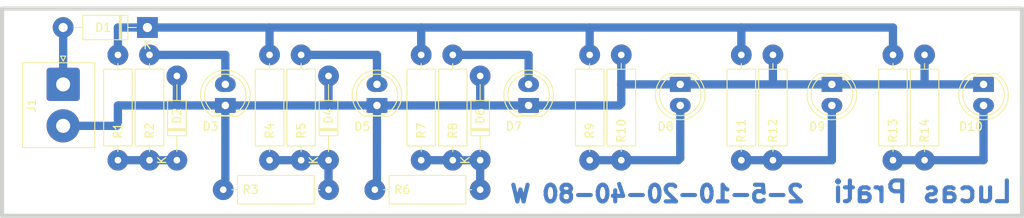
<source format=kicad_pcb>
(kicad_pcb (version 20171130) (host pcbnew "(5.1.9)-1")

  (general
    (thickness 1.6)
    (drawings 6)
    (tracks 65)
    (zones 0)
    (modules 25)
    (nets 13)
  )

  (page A4)
  (title_block
    (title "Barra LED")
    (date 2022-03-01)
    (company "Lucas Prati 4^A EN")
  )

  (layers
    (0 F.Cu signal)
    (31 B.Cu signal)
    (32 B.Adhes user)
    (33 F.Adhes user)
    (34 B.Paste user)
    (35 F.Paste user)
    (36 B.SilkS user)
    (37 F.SilkS user)
    (38 B.Mask user)
    (39 F.Mask user)
    (40 Dwgs.User user)
    (41 Cmts.User user)
    (42 Eco1.User user)
    (43 Eco2.User user)
    (44 Edge.Cuts user)
    (45 Margin user)
    (46 B.CrtYd user)
    (47 F.CrtYd user)
    (48 B.Fab user)
    (49 F.Fab user)
  )

  (setup
    (last_trace_width 1)
    (trace_clearance 0.5)
    (zone_clearance 0.508)
    (zone_45_only no)
    (trace_min 0.2)
    (via_size 2)
    (via_drill 0.8)
    (via_min_size 0.4)
    (via_min_drill 0.3)
    (uvia_size 0.3)
    (uvia_drill 0.1)
    (uvias_allowed no)
    (uvia_min_size 0.2)
    (uvia_min_drill 0.1)
    (edge_width 0.05)
    (segment_width 0.2)
    (pcb_text_width 0.3)
    (pcb_text_size 1.5 1.5)
    (mod_edge_width 0.12)
    (mod_text_size 1 1)
    (mod_text_width 0.15)
    (pad_size 2.5 2.5)
    (pad_drill 1.1)
    (pad_to_mask_clearance 0)
    (aux_axis_origin 0 0)
    (visible_elements 7FFFFFFF)
    (pcbplotparams
      (layerselection 0x010fc_ffffffff)
      (usegerberextensions false)
      (usegerberattributes true)
      (usegerberadvancedattributes true)
      (creategerberjobfile true)
      (excludeedgelayer true)
      (linewidth 0.100000)
      (plotframeref false)
      (viasonmask false)
      (mode 1)
      (useauxorigin false)
      (hpglpennumber 1)
      (hpglpenspeed 20)
      (hpglpendiameter 15.000000)
      (psnegative false)
      (psa4output false)
      (plotreference true)
      (plotvalue true)
      (plotinvisibletext false)
      (padsonsilk false)
      (subtractmaskfromsilk false)
      (outputformat 1)
      (mirror false)
      (drillshape 1)
      (scaleselection 1)
      (outputdirectory ""))
  )

  (net 0 "")
  (net 1 "Net-(D1-Pad1)")
  (net 2 VCC)
  (net 3 "Net-(D2-Pad1)")
  (net 4 GND)
  (net 5 "Net-(D3-Pad2)")
  (net 6 "Net-(D4-Pad1)")
  (net 7 "Net-(D5-Pad2)")
  (net 8 "Net-(D6-Pad1)")
  (net 9 "Net-(D7-Pad2)")
  (net 10 "Net-(D8-Pad2)")
  (net 11 "Net-(D9-Pad2)")
  (net 12 "Net-(D10-Pad2)")

  (net_class Default "This is the default net class."
    (clearance 0.5)
    (trace_width 1)
    (via_dia 2)
    (via_drill 0.8)
    (uvia_dia 0.3)
    (uvia_drill 0.1)
    (add_net GND)
    (add_net "Net-(D1-Pad1)")
    (add_net "Net-(D10-Pad2)")
    (add_net "Net-(D2-Pad1)")
    (add_net "Net-(D3-Pad2)")
    (add_net "Net-(D4-Pad1)")
    (add_net "Net-(D5-Pad2)")
    (add_net "Net-(D6-Pad1)")
    (add_net "Net-(D7-Pad2)")
    (add_net "Net-(D8-Pad2)")
    (add_net "Net-(D9-Pad2)")
    (add_net VCC)
  )

  (module Diode_THT:D_DO-41_SOD81_P10.16mm_Horizontal (layer F.Cu) (tedit 621DDC55) (tstamp 621E2F62)
    (at 96.774 90.17 180)
    (descr "Diode, DO-41_SOD81 series, Axial, Horizontal, pin pitch=10.16mm, , length*diameter=5.2*2.7mm^2, , http://www.diodes.com/_files/packages/DO-41%20(Plastic).pdf")
    (tags "Diode DO-41_SOD81 series Axial Horizontal pin pitch 10.16mm  length 5.2mm diameter 2.7mm")
    (path /621DDE79)
    (fp_text reference D1 (at 5.334 0) (layer F.SilkS)
      (effects (font (size 1 1) (thickness 0.15)))
    )
    (fp_text value 1N4004 (at 5.08 2.47) (layer F.Fab)
      (effects (font (size 1 1) (thickness 0.15)))
    )
    (fp_line (start 2.48 -1.35) (end 2.48 1.35) (layer F.Fab) (width 0.1))
    (fp_line (start 2.48 1.35) (end 7.68 1.35) (layer F.Fab) (width 0.1))
    (fp_line (start 7.68 1.35) (end 7.68 -1.35) (layer F.Fab) (width 0.1))
    (fp_line (start 7.68 -1.35) (end 2.48 -1.35) (layer F.Fab) (width 0.1))
    (fp_line (start 0 0) (end 2.48 0) (layer F.Fab) (width 0.1))
    (fp_line (start 10.16 0) (end 7.68 0) (layer F.Fab) (width 0.1))
    (fp_line (start 3.26 -1.35) (end 3.26 1.35) (layer F.Fab) (width 0.1))
    (fp_line (start 3.36 -1.35) (end 3.36 1.35) (layer F.Fab) (width 0.1))
    (fp_line (start 3.16 -1.35) (end 3.16 1.35) (layer F.Fab) (width 0.1))
    (fp_line (start 2.36 -1.47) (end 2.36 1.47) (layer F.SilkS) (width 0.12))
    (fp_line (start 2.36 1.47) (end 7.8 1.47) (layer F.SilkS) (width 0.12))
    (fp_line (start 7.8 1.47) (end 7.8 -1.47) (layer F.SilkS) (width 0.12))
    (fp_line (start 7.8 -1.47) (end 2.36 -1.47) (layer F.SilkS) (width 0.12))
    (fp_line (start 1.34 0) (end 2.36 0) (layer F.SilkS) (width 0.12))
    (fp_line (start 8.82 0) (end 7.8 0) (layer F.SilkS) (width 0.12))
    (fp_line (start 3.26 -1.47) (end 3.26 1.47) (layer F.SilkS) (width 0.12))
    (fp_line (start 3.38 -1.47) (end 3.38 1.47) (layer F.SilkS) (width 0.12))
    (fp_line (start 3.14 -1.47) (end 3.14 1.47) (layer F.SilkS) (width 0.12))
    (fp_line (start -1.35 -1.6) (end -1.35 1.6) (layer F.CrtYd) (width 0.05))
    (fp_line (start -1.35 1.6) (end 11.51 1.6) (layer F.CrtYd) (width 0.05))
    (fp_line (start 11.51 1.6) (end 11.51 -1.6) (layer F.CrtYd) (width 0.05))
    (fp_line (start 11.51 -1.6) (end -1.35 -1.6) (layer F.CrtYd) (width 0.05))
    (fp_text user K (at 0 -2.1) (layer F.Fab)
      (effects (font (size 1 1) (thickness 0.15)))
    )
    (fp_text user K (at 0 -2.1) (layer F.SilkS)
      (effects (font (size 1 1) (thickness 0.15)))
    )
    (pad 1 thru_hole rect (at 0 0 180) (size 2.5 2.5) (drill 1.1) (layers *.Cu *.Mask)
      (net 1 "Net-(D1-Pad1)"))
    (pad 2 thru_hole oval (at 10.16 0 180) (size 2.5 2.5) (drill 1.1) (layers *.Cu *.Mask)
      (net 2 VCC))
    (model ${KISYS3DMOD}/Diode_THT.3dshapes/D_DO-41_SOD81_P10.16mm_Horizontal.wrl
      (at (xyz 0 0 0))
      (scale (xyz 1 1 1))
      (rotate (xyz 0 0 0))
    )
  )

  (module Diode_THT:D_DO-35_SOD27_P10.16mm_Horizontal (layer F.Cu) (tedit 621DD9B0) (tstamp 621E2F81)
    (at 100.33 106.172 90)
    (descr "Diode, DO-35_SOD27 series, Axial, Horizontal, pin pitch=10.16mm, , length*diameter=4*2mm^2, , http://www.diodes.com/_files/packages/DO-35.pdf")
    (tags "Diode DO-35_SOD27 series Axial Horizontal pin pitch 10.16mm  length 4mm diameter 2mm")
    (path /621DDA3A)
    (fp_text reference D2 (at 5.334 0 90) (layer F.SilkS)
      (effects (font (size 1 1) (thickness 0.15)))
    )
    (fp_text value "2,7V 500mW BZX79C2V7" (at 5.08 2.12 90) (layer F.Fab)
      (effects (font (size 1 1) (thickness 0.15)))
    )
    (fp_line (start 3.08 -1) (end 3.08 1) (layer F.Fab) (width 0.1))
    (fp_line (start 3.08 1) (end 7.08 1) (layer F.Fab) (width 0.1))
    (fp_line (start 7.08 1) (end 7.08 -1) (layer F.Fab) (width 0.1))
    (fp_line (start 7.08 -1) (end 3.08 -1) (layer F.Fab) (width 0.1))
    (fp_line (start 0 0) (end 3.08 0) (layer F.Fab) (width 0.1))
    (fp_line (start 10.16 0) (end 7.08 0) (layer F.Fab) (width 0.1))
    (fp_line (start 3.68 -1) (end 3.68 1) (layer F.Fab) (width 0.1))
    (fp_line (start 3.78 -1) (end 3.78 1) (layer F.Fab) (width 0.1))
    (fp_line (start 3.58 -1) (end 3.58 1) (layer F.Fab) (width 0.1))
    (fp_line (start 2.96 -1.12) (end 2.96 1.12) (layer F.SilkS) (width 0.12))
    (fp_line (start 2.96 1.12) (end 7.2 1.12) (layer F.SilkS) (width 0.12))
    (fp_line (start 7.2 1.12) (end 7.2 -1.12) (layer F.SilkS) (width 0.12))
    (fp_line (start 7.2 -1.12) (end 2.96 -1.12) (layer F.SilkS) (width 0.12))
    (fp_line (start 1.04 0) (end 2.96 0) (layer F.SilkS) (width 0.12))
    (fp_line (start 9.12 0) (end 7.2 0) (layer F.SilkS) (width 0.12))
    (fp_line (start 3.68 -1.12) (end 3.68 1.12) (layer F.SilkS) (width 0.12))
    (fp_line (start 3.8 -1.12) (end 3.8 1.12) (layer F.SilkS) (width 0.12))
    (fp_line (start 3.56 -1.12) (end 3.56 1.12) (layer F.SilkS) (width 0.12))
    (fp_line (start -1.05 -1.25) (end -1.05 1.25) (layer F.CrtYd) (width 0.05))
    (fp_line (start -1.05 1.25) (end 11.21 1.25) (layer F.CrtYd) (width 0.05))
    (fp_line (start 11.21 1.25) (end 11.21 -1.25) (layer F.CrtYd) (width 0.05))
    (fp_line (start 11.21 -1.25) (end -1.05 -1.25) (layer F.CrtYd) (width 0.05))
    (fp_text user K (at 0 -1.8 90) (layer F.Fab)
      (effects (font (size 1 1) (thickness 0.15)))
    )
    (fp_text user K (at 0 -1.8 90) (layer F.SilkS)
      (effects (font (size 1 1) (thickness 0.15)))
    )
    (pad 1 thru_hole circle (at 0 0 90) (size 2.5 2.5) (drill 0.8) (layers *.Cu *.Mask)
      (net 3 "Net-(D2-Pad1)"))
    (pad 2 thru_hole circle (at 10.16 0 90) (size 2.5 2.5) (drill 0.8) (layers *.Cu *.Mask)
      (net 4 GND))
    (model ${KISYS3DMOD}/Diode_THT.3dshapes/D_DO-35_SOD27_P10.16mm_Horizontal.wrl
      (at (xyz 0 0 0))
      (scale (xyz 1 1 1))
      (rotate (xyz 0 0 0))
    )
  )

  (module LED_THT:LED_D5.0mm (layer F.Cu) (tedit 621DD9C0) (tstamp 621E2F93)
    (at 106.172 99.568 90)
    (descr "LED, diameter 5.0mm, 2 pins, http://cdn-reichelt.de/documents/datenblatt/A500/LL-504BC2E-009.pdf")
    (tags "LED diameter 5.0mm 2 pins")
    (path /621DCEBF)
    (fp_text reference D3 (at -2.54 -1.778 180) (layer F.SilkS)
      (effects (font (size 1 1) (thickness 0.15)))
    )
    (fp_text value LED (at -2.54 2.032 180) (layer F.Fab)
      (effects (font (size 1 1) (thickness 0.15)))
    )
    (fp_line (start 4.5 -3.25) (end -1.95 -3.25) (layer F.CrtYd) (width 0.05))
    (fp_line (start 4.5 3.25) (end 4.5 -3.25) (layer F.CrtYd) (width 0.05))
    (fp_line (start -1.95 3.25) (end 4.5 3.25) (layer F.CrtYd) (width 0.05))
    (fp_line (start -1.95 -3.25) (end -1.95 3.25) (layer F.CrtYd) (width 0.05))
    (fp_line (start -1.29 -1.545) (end -1.29 1.545) (layer F.SilkS) (width 0.12))
    (fp_line (start -1.23 -1.469694) (end -1.23 1.469694) (layer F.Fab) (width 0.1))
    (fp_circle (center 1.27 0) (end 3.77 0) (layer F.SilkS) (width 0.12))
    (fp_circle (center 1.27 0) (end 3.77 0) (layer F.Fab) (width 0.1))
    (fp_text user %R (at 1.25 0 90) (layer F.Fab)
      (effects (font (size 0.8 0.8) (thickness 0.2)))
    )
    (fp_arc (start 1.27 0) (end -1.29 1.54483) (angle -148.9) (layer F.SilkS) (width 0.12))
    (fp_arc (start 1.27 0) (end -1.29 -1.54483) (angle 148.9) (layer F.SilkS) (width 0.12))
    (fp_arc (start 1.27 0) (end -1.23 -1.469694) (angle 299.1) (layer F.Fab) (width 0.1))
    (pad 2 thru_hole oval (at 2.54 0 90) (size 1.8 2.5) (drill 0.9) (layers *.Cu *.Mask)
      (net 5 "Net-(D3-Pad2)"))
    (pad 1 thru_hole rect (at 0 0 90) (size 1.8 2.5) (drill 0.9) (layers *.Cu *.Mask)
      (net 4 GND))
    (model ${KISYS3DMOD}/LED_THT.3dshapes/LED_D5.0mm.wrl
      (at (xyz 0 0 0))
      (scale (xyz 1 1 1))
      (rotate (xyz 0 0 0))
    )
  )

  (module Diode_THT:D_DO-35_SOD27_P10.16mm_Horizontal (layer F.Cu) (tedit 621DDA24) (tstamp 621E2FB2)
    (at 118.618 106.172 90)
    (descr "Diode, DO-35_SOD27 series, Axial, Horizontal, pin pitch=10.16mm, , length*diameter=4*2mm^2, , http://www.diodes.com/_files/packages/DO-35.pdf")
    (tags "Diode DO-35_SOD27 series Axial Horizontal pin pitch 10.16mm  length 4mm diameter 2mm")
    (path /621E506C)
    (fp_text reference D4 (at 5.334 0 90) (layer F.SilkS)
      (effects (font (size 1 1) (thickness 0.15)))
    )
    (fp_text value "2,7V 500mW BZX79C2V7" (at 5.08 2.12 90) (layer F.Fab)
      (effects (font (size 1 1) (thickness 0.15)))
    )
    (fp_line (start 11.21 -1.25) (end -1.05 -1.25) (layer F.CrtYd) (width 0.05))
    (fp_line (start 11.21 1.25) (end 11.21 -1.25) (layer F.CrtYd) (width 0.05))
    (fp_line (start -1.05 1.25) (end 11.21 1.25) (layer F.CrtYd) (width 0.05))
    (fp_line (start -1.05 -1.25) (end -1.05 1.25) (layer F.CrtYd) (width 0.05))
    (fp_line (start 3.56 -1.12) (end 3.56 1.12) (layer F.SilkS) (width 0.12))
    (fp_line (start 3.8 -1.12) (end 3.8 1.12) (layer F.SilkS) (width 0.12))
    (fp_line (start 3.68 -1.12) (end 3.68 1.12) (layer F.SilkS) (width 0.12))
    (fp_line (start 9.12 0) (end 7.2 0) (layer F.SilkS) (width 0.12))
    (fp_line (start 1.04 0) (end 2.96 0) (layer F.SilkS) (width 0.12))
    (fp_line (start 7.2 -1.12) (end 2.96 -1.12) (layer F.SilkS) (width 0.12))
    (fp_line (start 7.2 1.12) (end 7.2 -1.12) (layer F.SilkS) (width 0.12))
    (fp_line (start 2.96 1.12) (end 7.2 1.12) (layer F.SilkS) (width 0.12))
    (fp_line (start 2.96 -1.12) (end 2.96 1.12) (layer F.SilkS) (width 0.12))
    (fp_line (start 3.58 -1) (end 3.58 1) (layer F.Fab) (width 0.1))
    (fp_line (start 3.78 -1) (end 3.78 1) (layer F.Fab) (width 0.1))
    (fp_line (start 3.68 -1) (end 3.68 1) (layer F.Fab) (width 0.1))
    (fp_line (start 10.16 0) (end 7.08 0) (layer F.Fab) (width 0.1))
    (fp_line (start 0 0) (end 3.08 0) (layer F.Fab) (width 0.1))
    (fp_line (start 7.08 -1) (end 3.08 -1) (layer F.Fab) (width 0.1))
    (fp_line (start 7.08 1) (end 7.08 -1) (layer F.Fab) (width 0.1))
    (fp_line (start 3.08 1) (end 7.08 1) (layer F.Fab) (width 0.1))
    (fp_line (start 3.08 -1) (end 3.08 1) (layer F.Fab) (width 0.1))
    (fp_text user K (at 0 -1.8 90) (layer F.SilkS)
      (effects (font (size 1 1) (thickness 0.15)))
    )
    (fp_text user K (at 0 -1.8 90) (layer F.Fab)
      (effects (font (size 1 1) (thickness 0.15)))
    )
    (pad 2 thru_hole circle (at 10.16 0 90) (size 2.5 2.5) (drill 0.8) (layers *.Cu *.Mask)
      (net 4 GND))
    (pad 1 thru_hole circle (at 0 0 90) (size 2.5 2.5) (drill 0.8) (layers *.Cu *.Mask)
      (net 6 "Net-(D4-Pad1)"))
    (model ${KISYS3DMOD}/Diode_THT.3dshapes/D_DO-35_SOD27_P10.16mm_Horizontal.wrl
      (at (xyz 0 0 0))
      (scale (xyz 1 1 1))
      (rotate (xyz 0 0 0))
    )
  )

  (module LED_THT:LED_D5.0mm (layer F.Cu) (tedit 621DD9CE) (tstamp 621E2FC4)
    (at 124.46 99.568 90)
    (descr "LED, diameter 5.0mm, 2 pins, http://cdn-reichelt.de/documents/datenblatt/A500/LL-504BC2E-009.pdf")
    (tags "LED diameter 5.0mm 2 pins")
    (path /621E5066)
    (fp_text reference D5 (at -2.54 -1.778 180) (layer F.SilkS)
      (effects (font (size 1 1) (thickness 0.15)))
    )
    (fp_text value LED (at -2.54 2.032 180) (layer F.Fab)
      (effects (font (size 1 1) (thickness 0.15)))
    )
    (fp_circle (center 1.27 0) (end 3.77 0) (layer F.Fab) (width 0.1))
    (fp_circle (center 1.27 0) (end 3.77 0) (layer F.SilkS) (width 0.12))
    (fp_line (start -1.23 -1.469694) (end -1.23 1.469694) (layer F.Fab) (width 0.1))
    (fp_line (start -1.29 -1.545) (end -1.29 1.545) (layer F.SilkS) (width 0.12))
    (fp_line (start -1.95 -3.25) (end -1.95 3.25) (layer F.CrtYd) (width 0.05))
    (fp_line (start -1.95 3.25) (end 4.5 3.25) (layer F.CrtYd) (width 0.05))
    (fp_line (start 4.5 3.25) (end 4.5 -3.25) (layer F.CrtYd) (width 0.05))
    (fp_line (start 4.5 -3.25) (end -1.95 -3.25) (layer F.CrtYd) (width 0.05))
    (fp_arc (start 1.27 0) (end -1.23 -1.469694) (angle 299.1) (layer F.Fab) (width 0.1))
    (fp_arc (start 1.27 0) (end -1.29 -1.54483) (angle 148.9) (layer F.SilkS) (width 0.12))
    (fp_arc (start 1.27 0) (end -1.29 1.54483) (angle -148.9) (layer F.SilkS) (width 0.12))
    (fp_text user %R (at 1.25 0 90) (layer F.Fab)
      (effects (font (size 0.8 0.8) (thickness 0.2)))
    )
    (pad 1 thru_hole rect (at 0 0 90) (size 1.8 2.5) (drill 0.9) (layers *.Cu *.Mask)
      (net 4 GND))
    (pad 2 thru_hole oval (at 2.54 0 90) (size 1.8 2.5) (drill 0.9) (layers *.Cu *.Mask)
      (net 7 "Net-(D5-Pad2)"))
    (model ${KISYS3DMOD}/LED_THT.3dshapes/LED_D5.0mm.wrl
      (at (xyz 0 0 0))
      (scale (xyz 1 1 1))
      (rotate (xyz 0 0 0))
    )
  )

  (module Diode_THT:D_DO-35_SOD27_P10.16mm_Horizontal (layer F.Cu) (tedit 621DDA4F) (tstamp 621E2FE3)
    (at 136.906 106.172 90)
    (descr "Diode, DO-35_SOD27 series, Axial, Horizontal, pin pitch=10.16mm, , length*diameter=4*2mm^2, , http://www.diodes.com/_files/packages/DO-35.pdf")
    (tags "Diode DO-35_SOD27 series Axial Horizontal pin pitch 10.16mm  length 4mm diameter 2mm")
    (path /621E9735)
    (fp_text reference D6 (at 5.334 0 90) (layer F.SilkS)
      (effects (font (size 1 1) (thickness 0.15)))
    )
    (fp_text value "2,7V 500mW BZX79C2V7" (at 5.08 2.12 90) (layer F.Fab)
      (effects (font (size 1 1) (thickness 0.15)))
    )
    (fp_line (start 3.08 -1) (end 3.08 1) (layer F.Fab) (width 0.1))
    (fp_line (start 3.08 1) (end 7.08 1) (layer F.Fab) (width 0.1))
    (fp_line (start 7.08 1) (end 7.08 -1) (layer F.Fab) (width 0.1))
    (fp_line (start 7.08 -1) (end 3.08 -1) (layer F.Fab) (width 0.1))
    (fp_line (start 0 0) (end 3.08 0) (layer F.Fab) (width 0.1))
    (fp_line (start 10.16 0) (end 7.08 0) (layer F.Fab) (width 0.1))
    (fp_line (start 3.68 -1) (end 3.68 1) (layer F.Fab) (width 0.1))
    (fp_line (start 3.78 -1) (end 3.78 1) (layer F.Fab) (width 0.1))
    (fp_line (start 3.58 -1) (end 3.58 1) (layer F.Fab) (width 0.1))
    (fp_line (start 2.96 -1.12) (end 2.96 1.12) (layer F.SilkS) (width 0.12))
    (fp_line (start 2.96 1.12) (end 7.2 1.12) (layer F.SilkS) (width 0.12))
    (fp_line (start 7.2 1.12) (end 7.2 -1.12) (layer F.SilkS) (width 0.12))
    (fp_line (start 7.2 -1.12) (end 2.96 -1.12) (layer F.SilkS) (width 0.12))
    (fp_line (start 1.04 0) (end 2.96 0) (layer F.SilkS) (width 0.12))
    (fp_line (start 9.12 0) (end 7.2 0) (layer F.SilkS) (width 0.12))
    (fp_line (start 3.68 -1.12) (end 3.68 1.12) (layer F.SilkS) (width 0.12))
    (fp_line (start 3.8 -1.12) (end 3.8 1.12) (layer F.SilkS) (width 0.12))
    (fp_line (start 3.56 -1.12) (end 3.56 1.12) (layer F.SilkS) (width 0.12))
    (fp_line (start -1.05 -1.25) (end -1.05 1.25) (layer F.CrtYd) (width 0.05))
    (fp_line (start -1.05 1.25) (end 11.21 1.25) (layer F.CrtYd) (width 0.05))
    (fp_line (start 11.21 1.25) (end 11.21 -1.25) (layer F.CrtYd) (width 0.05))
    (fp_line (start 11.21 -1.25) (end -1.05 -1.25) (layer F.CrtYd) (width 0.05))
    (fp_text user K (at 0 -1.8 90) (layer F.Fab)
      (effects (font (size 1 1) (thickness 0.15)))
    )
    (fp_text user K (at 0 -1.8 90) (layer F.SilkS)
      (effects (font (size 1 1) (thickness 0.15)))
    )
    (pad 1 thru_hole circle (at 0 0 90) (size 2.5 2.5) (drill 0.8) (layers *.Cu *.Mask)
      (net 8 "Net-(D6-Pad1)"))
    (pad 2 thru_hole circle (at 10.16 0 90) (size 2.5 2.5) (drill 0.8) (layers *.Cu *.Mask)
      (net 4 GND))
    (model ${KISYS3DMOD}/Diode_THT.3dshapes/D_DO-35_SOD27_P10.16mm_Horizontal.wrl
      (at (xyz 0 0 0))
      (scale (xyz 1 1 1))
      (rotate (xyz 0 0 0))
    )
  )

  (module LED_THT:LED_D5.0mm (layer F.Cu) (tedit 621DDA61) (tstamp 621E2FF5)
    (at 142.748 99.568 90)
    (descr "LED, diameter 5.0mm, 2 pins, http://cdn-reichelt.de/documents/datenblatt/A500/LL-504BC2E-009.pdf")
    (tags "LED diameter 5.0mm 2 pins")
    (path /621E972F)
    (fp_text reference D7 (at -2.54 -1.778 180) (layer F.SilkS)
      (effects (font (size 1 1) (thickness 0.15)))
    )
    (fp_text value LED (at -2.54 2.032 180) (layer F.Fab)
      (effects (font (size 1 1) (thickness 0.15)))
    )
    (fp_circle (center 1.27 0) (end 3.77 0) (layer F.Fab) (width 0.1))
    (fp_circle (center 1.27 0) (end 3.77 0) (layer F.SilkS) (width 0.12))
    (fp_line (start -1.23 -1.469694) (end -1.23 1.469694) (layer F.Fab) (width 0.1))
    (fp_line (start -1.29 -1.545) (end -1.29 1.545) (layer F.SilkS) (width 0.12))
    (fp_line (start -1.95 -3.25) (end -1.95 3.25) (layer F.CrtYd) (width 0.05))
    (fp_line (start -1.95 3.25) (end 4.5 3.25) (layer F.CrtYd) (width 0.05))
    (fp_line (start 4.5 3.25) (end 4.5 -3.25) (layer F.CrtYd) (width 0.05))
    (fp_line (start 4.5 -3.25) (end -1.95 -3.25) (layer F.CrtYd) (width 0.05))
    (fp_arc (start 1.27 0) (end -1.23 -1.469694) (angle 299.1) (layer F.Fab) (width 0.1))
    (fp_arc (start 1.27 0) (end -1.29 -1.54483) (angle 148.9) (layer F.SilkS) (width 0.12))
    (fp_arc (start 1.27 0) (end -1.29 1.54483) (angle -148.9) (layer F.SilkS) (width 0.12))
    (fp_text user %R (at 1.25 0 90) (layer F.Fab)
      (effects (font (size 0.8 0.8) (thickness 0.2)))
    )
    (pad 1 thru_hole rect (at 0 0 90) (size 1.8 2.5) (drill 0.9) (layers *.Cu *.Mask)
      (net 4 GND))
    (pad 2 thru_hole oval (at 2.54 0 90) (size 1.8 2.5) (drill 0.9) (layers *.Cu *.Mask)
      (net 9 "Net-(D7-Pad2)"))
    (model ${KISYS3DMOD}/LED_THT.3dshapes/LED_D5.0mm.wrl
      (at (xyz 0 0 0))
      (scale (xyz 1 1 1))
      (rotate (xyz 0 0 0))
    )
  )

  (module LED_THT:LED_D5.0mm (layer F.Cu) (tedit 621DDA88) (tstamp 621E3007)
    (at 161.036 97.028 270)
    (descr "LED, diameter 5.0mm, 2 pins, http://cdn-reichelt.de/documents/datenblatt/A500/LL-504BC2E-009.pdf")
    (tags "LED diameter 5.0mm 2 pins")
    (path /621F2851)
    (fp_text reference D8 (at 5.08 1.778 180) (layer F.SilkS)
      (effects (font (size 1 1) (thickness 0.15)))
    )
    (fp_text value LED (at 5.08 -2.032 180) (layer F.Fab)
      (effects (font (size 1 1) (thickness 0.15)))
    )
    (fp_line (start 4.5 -3.25) (end -1.95 -3.25) (layer F.CrtYd) (width 0.05))
    (fp_line (start 4.5 3.25) (end 4.5 -3.25) (layer F.CrtYd) (width 0.05))
    (fp_line (start -1.95 3.25) (end 4.5 3.25) (layer F.CrtYd) (width 0.05))
    (fp_line (start -1.95 -3.25) (end -1.95 3.25) (layer F.CrtYd) (width 0.05))
    (fp_line (start -1.29 -1.545) (end -1.29 1.545) (layer F.SilkS) (width 0.12))
    (fp_line (start -1.23 -1.469694) (end -1.23 1.469694) (layer F.Fab) (width 0.1))
    (fp_circle (center 1.27 0) (end 3.77 0) (layer F.SilkS) (width 0.12))
    (fp_circle (center 1.27 0) (end 3.77 0) (layer F.Fab) (width 0.1))
    (fp_text user %R (at 1.25 0 90) (layer F.Fab)
      (effects (font (size 0.8 0.8) (thickness 0.2)))
    )
    (fp_arc (start 1.27 0) (end -1.29 1.54483) (angle -148.9) (layer F.SilkS) (width 0.12))
    (fp_arc (start 1.27 0) (end -1.29 -1.54483) (angle 148.9) (layer F.SilkS) (width 0.12))
    (fp_arc (start 1.27 0) (end -1.23 -1.469694) (angle 299.1) (layer F.Fab) (width 0.1))
    (pad 2 thru_hole oval (at 2.54 0 270) (size 1.8 2.5) (drill 0.9) (layers *.Cu *.Mask)
      (net 10 "Net-(D8-Pad2)"))
    (pad 1 thru_hole rect (at 0 0 270) (size 1.8 2.5) (drill 0.9) (layers *.Cu *.Mask)
      (net 4 GND))
    (model ${KISYS3DMOD}/LED_THT.3dshapes/LED_D5.0mm.wrl
      (at (xyz 0 0 0))
      (scale (xyz 1 1 1))
      (rotate (xyz 0 0 0))
    )
  )

  (module LED_THT:LED_D5.0mm (layer F.Cu) (tedit 621DDAAB) (tstamp 621E3019)
    (at 179.324 97.028 270)
    (descr "LED, diameter 5.0mm, 2 pins, http://cdn-reichelt.de/documents/datenblatt/A500/LL-504BC2E-009.pdf")
    (tags "LED diameter 5.0mm 2 pins")
    (path /621F4F57)
    (fp_text reference D9 (at 5.08 1.778 180) (layer F.SilkS)
      (effects (font (size 1 1) (thickness 0.15)))
    )
    (fp_text value LED (at 5.08 -2.032 180) (layer F.Fab)
      (effects (font (size 1 1) (thickness 0.15)))
    )
    (fp_line (start 4.5 -3.25) (end -1.95 -3.25) (layer F.CrtYd) (width 0.05))
    (fp_line (start 4.5 3.25) (end 4.5 -3.25) (layer F.CrtYd) (width 0.05))
    (fp_line (start -1.95 3.25) (end 4.5 3.25) (layer F.CrtYd) (width 0.05))
    (fp_line (start -1.95 -3.25) (end -1.95 3.25) (layer F.CrtYd) (width 0.05))
    (fp_line (start -1.29 -1.545) (end -1.29 1.545) (layer F.SilkS) (width 0.12))
    (fp_line (start -1.23 -1.469694) (end -1.23 1.469694) (layer F.Fab) (width 0.1))
    (fp_circle (center 1.27 0) (end 3.77 0) (layer F.SilkS) (width 0.12))
    (fp_circle (center 1.27 0) (end 3.77 0) (layer F.Fab) (width 0.1))
    (fp_text user %R (at 1.25 0 90) (layer F.Fab)
      (effects (font (size 0.8 0.8) (thickness 0.2)))
    )
    (fp_arc (start 1.27 0) (end -1.29 1.54483) (angle -148.9) (layer F.SilkS) (width 0.12))
    (fp_arc (start 1.27 0) (end -1.29 -1.54483) (angle 148.9) (layer F.SilkS) (width 0.12))
    (fp_arc (start 1.27 0) (end -1.23 -1.469694) (angle 299.1) (layer F.Fab) (width 0.1))
    (pad 2 thru_hole oval (at 2.54 0 270) (size 1.8 2.5) (drill 0.9) (layers *.Cu *.Mask)
      (net 11 "Net-(D9-Pad2)"))
    (pad 1 thru_hole rect (at 0 0 270) (size 1.8 2.5) (drill 0.9) (layers *.Cu *.Mask)
      (net 4 GND))
    (model ${KISYS3DMOD}/LED_THT.3dshapes/LED_D5.0mm.wrl
      (at (xyz 0 0 0))
      (scale (xyz 1 1 1))
      (rotate (xyz 0 0 0))
    )
  )

  (module LED_THT:LED_D5.0mm (layer F.Cu) (tedit 621DDAC7) (tstamp 621E302B)
    (at 197.612 97.028 270)
    (descr "LED, diameter 5.0mm, 2 pins, http://cdn-reichelt.de/documents/datenblatt/A500/LL-504BC2E-009.pdf")
    (tags "LED diameter 5.0mm 2 pins")
    (path /621FDB71)
    (fp_text reference D10 (at 5.08 1.524 180) (layer F.SilkS)
      (effects (font (size 1 1) (thickness 0.15)))
    )
    (fp_text value LED (at 5.08 -2.032 180) (layer F.Fab)
      (effects (font (size 1 1) (thickness 0.15)))
    )
    (fp_circle (center 1.27 0) (end 3.77 0) (layer F.Fab) (width 0.1))
    (fp_circle (center 1.27 0) (end 3.77 0) (layer F.SilkS) (width 0.12))
    (fp_line (start -1.23 -1.469694) (end -1.23 1.469694) (layer F.Fab) (width 0.1))
    (fp_line (start -1.29 -1.545) (end -1.29 1.545) (layer F.SilkS) (width 0.12))
    (fp_line (start -1.95 -3.25) (end -1.95 3.25) (layer F.CrtYd) (width 0.05))
    (fp_line (start -1.95 3.25) (end 4.5 3.25) (layer F.CrtYd) (width 0.05))
    (fp_line (start 4.5 3.25) (end 4.5 -3.25) (layer F.CrtYd) (width 0.05))
    (fp_line (start 4.5 -3.25) (end -1.95 -3.25) (layer F.CrtYd) (width 0.05))
    (fp_arc (start 1.27 0) (end -1.23 -1.469694) (angle 299.1) (layer F.Fab) (width 0.1))
    (fp_arc (start 1.27 0) (end -1.29 -1.54483) (angle 148.9) (layer F.SilkS) (width 0.12))
    (fp_arc (start 1.27 0) (end -1.29 1.54483) (angle -148.9) (layer F.SilkS) (width 0.12))
    (fp_text user %R (at 1.25 0 90) (layer F.Fab)
      (effects (font (size 0.8 0.8) (thickness 0.2)))
    )
    (pad 1 thru_hole rect (at 0 0 270) (size 1.8 2.5) (drill 0.9) (layers *.Cu *.Mask)
      (net 4 GND))
    (pad 2 thru_hole oval (at 2.54 0 270) (size 1.8 2.5) (drill 0.9) (layers *.Cu *.Mask)
      (net 12 "Net-(D10-Pad2)"))
    (model ${KISYS3DMOD}/LED_THT.3dshapes/LED_D5.0mm.wrl
      (at (xyz 0 0 0))
      (scale (xyz 1 1 1))
      (rotate (xyz 0 0 0))
    )
  )

  (module Connector_JST:JST_NV_B02P-NV_1x02_P5.00mm_Vertical (layer F.Cu) (tedit 621DD8ED) (tstamp 621E3044)
    (at 86.614 97.028 270)
    (descr "JST NV series connector, B02P-NV (http://www.jst-mfg.com/product/pdf/eng/eNV.pdf), generated with kicad-footprint-generator")
    (tags "connector JST NV side entry")
    (path /621DE610)
    (fp_text reference J1 (at 2.54 3.81 90) (layer F.SilkS)
      (effects (font (size 1 1) (thickness 0.15)))
    )
    (fp_text value Conn_01x02_Male (at 2.5 6 90) (layer F.Fab)
      (effects (font (size 1 1) (thickness 0.15)))
    )
    (fp_line (start -2.5 -3.7) (end -2.5 4.8) (layer F.Fab) (width 0.1))
    (fp_line (start -2.5 4.8) (end 7.5 4.8) (layer F.Fab) (width 0.1))
    (fp_line (start 7.5 4.8) (end 7.5 -3.7) (layer F.Fab) (width 0.1))
    (fp_line (start 7.5 -3.7) (end -2.5 -3.7) (layer F.Fab) (width 0.1))
    (fp_line (start -2.5 -2) (end 7.5 -2) (layer F.Fab) (width 0.1))
    (fp_line (start -2.5 -1) (end -1.5 0) (layer F.Fab) (width 0.1))
    (fp_line (start -2.5 1) (end -1.5 0) (layer F.Fab) (width 0.1))
    (fp_line (start -3 -4.2) (end -3 5.3) (layer F.CrtYd) (width 0.05))
    (fp_line (start -3 5.3) (end 8 5.3) (layer F.CrtYd) (width 0.05))
    (fp_line (start 8 5.3) (end 8 -4.2) (layer F.CrtYd) (width 0.05))
    (fp_line (start 8 -4.2) (end -3 -4.2) (layer F.CrtYd) (width 0.05))
    (fp_line (start -2.61 -3.81) (end -2.61 4.91) (layer F.SilkS) (width 0.12))
    (fp_line (start -2.61 4.91) (end 7.61 4.91) (layer F.SilkS) (width 0.12))
    (fp_line (start 7.61 4.91) (end 7.61 -3.81) (layer F.SilkS) (width 0.12))
    (fp_line (start 7.61 -3.81) (end -2.61 -3.81) (layer F.SilkS) (width 0.12))
    (fp_line (start -2.81 0) (end -3.41 0.3) (layer F.SilkS) (width 0.12))
    (fp_line (start -3.41 0.3) (end -3.41 -0.3) (layer F.SilkS) (width 0.12))
    (fp_line (start -3.41 -0.3) (end -2.81 0) (layer F.SilkS) (width 0.12))
    (pad 1 thru_hole roundrect (at 0 0 270) (size 4 4) (drill 1.7) (layers *.Cu *.Mask) (roundrect_rratio 0.09300000000000001)
      (net 2 VCC))
    (pad 2 thru_hole circle (at 5 0 270) (size 4 4) (drill 1.7) (layers *.Cu *.Mask)
      (net 4 GND))
    (model ${KISYS3DMOD}/Connector_JST.3dshapes/JST_NV_B02P-NV_1x02_P5.00mm_Vertical.wrl
      (at (xyz 0 0 0))
      (scale (xyz 1 1 1))
      (rotate (xyz 0 0 0))
    )
  )

  (module Resistor_THT:R_Axial_DIN0309_L9.0mm_D3.2mm_P12.70mm_Horizontal (layer F.Cu) (tedit 621DD9A4) (tstamp 621E305B)
    (at 93.218 93.472 270)
    (descr "Resistor, Axial_DIN0309 series, Axial, Horizontal, pin pitch=12.7mm, 0.5W = 1/2W, length*diameter=9*3.2mm^2, http://cdn-reichelt.de/documents/datenblatt/B400/1_4W%23YAG.pdf")
    (tags "Resistor Axial_DIN0309 series Axial Horizontal pin pitch 12.7mm 0.5W = 1/2W length 9mm diameter 3.2mm")
    (path /621DCA6B)
    (fp_text reference R1 (at 9.144 0 90) (layer F.SilkS)
      (effects (font (size 1 1) (thickness 0.15)))
    )
    (fp_text value 220 (at 3.556 0 90) (layer F.Fab)
      (effects (font (size 1 1) (thickness 0.15)))
    )
    (fp_line (start 13.75 -1.85) (end -1.05 -1.85) (layer F.CrtYd) (width 0.05))
    (fp_line (start 13.75 1.85) (end 13.75 -1.85) (layer F.CrtYd) (width 0.05))
    (fp_line (start -1.05 1.85) (end 13.75 1.85) (layer F.CrtYd) (width 0.05))
    (fp_line (start -1.05 -1.85) (end -1.05 1.85) (layer F.CrtYd) (width 0.05))
    (fp_line (start 11.66 0) (end 10.97 0) (layer F.SilkS) (width 0.12))
    (fp_line (start 1.04 0) (end 1.73 0) (layer F.SilkS) (width 0.12))
    (fp_line (start 10.97 -1.72) (end 1.73 -1.72) (layer F.SilkS) (width 0.12))
    (fp_line (start 10.97 1.72) (end 10.97 -1.72) (layer F.SilkS) (width 0.12))
    (fp_line (start 1.73 1.72) (end 10.97 1.72) (layer F.SilkS) (width 0.12))
    (fp_line (start 1.73 -1.72) (end 1.73 1.72) (layer F.SilkS) (width 0.12))
    (fp_line (start 12.7 0) (end 10.85 0) (layer F.Fab) (width 0.1))
    (fp_line (start 0 0) (end 1.85 0) (layer F.Fab) (width 0.1))
    (fp_line (start 10.85 -1.6) (end 1.85 -1.6) (layer F.Fab) (width 0.1))
    (fp_line (start 10.85 1.6) (end 10.85 -1.6) (layer F.Fab) (width 0.1))
    (fp_line (start 1.85 1.6) (end 10.85 1.6) (layer F.Fab) (width 0.1))
    (fp_line (start 1.85 -1.6) (end 1.85 1.6) (layer F.Fab) (width 0.1))
    (pad 2 thru_hole circle (at 12.7 0 270) (size 2.5 2.5) (drill 0.8) (layers *.Cu *.Mask)
      (net 3 "Net-(D2-Pad1)"))
    (pad 1 thru_hole circle (at 0 0 270) (size 2.5 2.5) (drill 0.8) (layers *.Cu *.Mask)
      (net 1 "Net-(D1-Pad1)"))
    (model ${KISYS3DMOD}/Resistor_THT.3dshapes/R_Axial_DIN0309_L9.0mm_D3.2mm_P12.70mm_Horizontal.wrl
      (at (xyz 0 0 0))
      (scale (xyz 1 1 1))
      (rotate (xyz 0 0 0))
    )
  )

  (module Resistor_THT:R_Axial_DIN0309_L9.0mm_D3.2mm_P12.70mm_Horizontal (layer F.Cu) (tedit 621DD9A7) (tstamp 621E3072)
    (at 97.028 93.472 270)
    (descr "Resistor, Axial_DIN0309 series, Axial, Horizontal, pin pitch=12.7mm, 0.5W = 1/2W, length*diameter=9*3.2mm^2, http://cdn-reichelt.de/documents/datenblatt/B400/1_4W%23YAG.pdf")
    (tags "Resistor Axial_DIN0309 series Axial Horizontal pin pitch 12.7mm 0.5W = 1/2W length 9mm diameter 3.2mm")
    (path /621E2597)
    (fp_text reference R2 (at 9.144 0 90) (layer F.SilkS)
      (effects (font (size 1 1) (thickness 0.15)))
    )
    (fp_text value 100 (at 3.556 0 90) (layer F.Fab)
      (effects (font (size 1 1) (thickness 0.15)))
    )
    (fp_line (start 1.85 -1.6) (end 1.85 1.6) (layer F.Fab) (width 0.1))
    (fp_line (start 1.85 1.6) (end 10.85 1.6) (layer F.Fab) (width 0.1))
    (fp_line (start 10.85 1.6) (end 10.85 -1.6) (layer F.Fab) (width 0.1))
    (fp_line (start 10.85 -1.6) (end 1.85 -1.6) (layer F.Fab) (width 0.1))
    (fp_line (start 0 0) (end 1.85 0) (layer F.Fab) (width 0.1))
    (fp_line (start 12.7 0) (end 10.85 0) (layer F.Fab) (width 0.1))
    (fp_line (start 1.73 -1.72) (end 1.73 1.72) (layer F.SilkS) (width 0.12))
    (fp_line (start 1.73 1.72) (end 10.97 1.72) (layer F.SilkS) (width 0.12))
    (fp_line (start 10.97 1.72) (end 10.97 -1.72) (layer F.SilkS) (width 0.12))
    (fp_line (start 10.97 -1.72) (end 1.73 -1.72) (layer F.SilkS) (width 0.12))
    (fp_line (start 1.04 0) (end 1.73 0) (layer F.SilkS) (width 0.12))
    (fp_line (start 11.66 0) (end 10.97 0) (layer F.SilkS) (width 0.12))
    (fp_line (start -1.05 -1.85) (end -1.05 1.85) (layer F.CrtYd) (width 0.05))
    (fp_line (start -1.05 1.85) (end 13.75 1.85) (layer F.CrtYd) (width 0.05))
    (fp_line (start 13.75 1.85) (end 13.75 -1.85) (layer F.CrtYd) (width 0.05))
    (fp_line (start 13.75 -1.85) (end -1.05 -1.85) (layer F.CrtYd) (width 0.05))
    (pad 1 thru_hole circle (at 0 0 270) (size 2.5 2.5) (drill 0.8) (layers *.Cu *.Mask)
      (net 5 "Net-(D3-Pad2)"))
    (pad 2 thru_hole circle (at 12.7 0 270) (size 2.5 2.5) (drill 0.8) (layers *.Cu *.Mask)
      (net 3 "Net-(D2-Pad1)"))
    (model ${KISYS3DMOD}/Resistor_THT.3dshapes/R_Axial_DIN0309_L9.0mm_D3.2mm_P12.70mm_Horizontal.wrl
      (at (xyz 0 0 0))
      (scale (xyz 1 1 1))
      (rotate (xyz 0 0 0))
    )
  )

  (module Resistor_THT:R_Axial_DIN0309_L9.0mm_D3.2mm_P12.70mm_Horizontal (layer F.Cu) (tedit 621DD9EE) (tstamp 621E3089)
    (at 118.618 109.728 180)
    (descr "Resistor, Axial_DIN0309 series, Axial, Horizontal, pin pitch=12.7mm, 0.5W = 1/2W, length*diameter=9*3.2mm^2, http://cdn-reichelt.de/documents/datenblatt/B400/1_4W%23YAG.pdf")
    (tags "Resistor Axial_DIN0309 series Axial Horizontal pin pitch 12.7mm 0.5W = 1/2W length 9mm diameter 3.2mm")
    (path /621E565F)
    (fp_text reference R3 (at 9.398 0) (layer F.SilkS)
      (effects (font (size 1 1) (thickness 0.15)))
    )
    (fp_text value 220 (at 3.302 0) (layer F.Fab)
      (effects (font (size 1 1) (thickness 0.15)))
    )
    (fp_line (start 13.75 -1.85) (end -1.05 -1.85) (layer F.CrtYd) (width 0.05))
    (fp_line (start 13.75 1.85) (end 13.75 -1.85) (layer F.CrtYd) (width 0.05))
    (fp_line (start -1.05 1.85) (end 13.75 1.85) (layer F.CrtYd) (width 0.05))
    (fp_line (start -1.05 -1.85) (end -1.05 1.85) (layer F.CrtYd) (width 0.05))
    (fp_line (start 11.66 0) (end 10.97 0) (layer F.SilkS) (width 0.12))
    (fp_line (start 1.04 0) (end 1.73 0) (layer F.SilkS) (width 0.12))
    (fp_line (start 10.97 -1.72) (end 1.73 -1.72) (layer F.SilkS) (width 0.12))
    (fp_line (start 10.97 1.72) (end 10.97 -1.72) (layer F.SilkS) (width 0.12))
    (fp_line (start 1.73 1.72) (end 10.97 1.72) (layer F.SilkS) (width 0.12))
    (fp_line (start 1.73 -1.72) (end 1.73 1.72) (layer F.SilkS) (width 0.12))
    (fp_line (start 12.7 0) (end 10.85 0) (layer F.Fab) (width 0.1))
    (fp_line (start 0 0) (end 1.85 0) (layer F.Fab) (width 0.1))
    (fp_line (start 10.85 -1.6) (end 1.85 -1.6) (layer F.Fab) (width 0.1))
    (fp_line (start 10.85 1.6) (end 10.85 -1.6) (layer F.Fab) (width 0.1))
    (fp_line (start 1.85 1.6) (end 10.85 1.6) (layer F.Fab) (width 0.1))
    (fp_line (start 1.85 -1.6) (end 1.85 1.6) (layer F.Fab) (width 0.1))
    (pad 2 thru_hole circle (at 12.7 0 180) (size 2.5 2.5) (drill 0.8) (layers *.Cu *.Mask)
      (net 4 GND))
    (pad 1 thru_hole circle (at 0 0 180) (size 2.5 2.5) (drill 0.8) (layers *.Cu *.Mask)
      (net 6 "Net-(D4-Pad1)"))
    (model ${KISYS3DMOD}/Resistor_THT.3dshapes/R_Axial_DIN0309_L9.0mm_D3.2mm_P12.70mm_Horizontal.wrl
      (at (xyz 0 0 0))
      (scale (xyz 1 1 1))
      (rotate (xyz 0 0 0))
    )
  )

  (module Resistor_THT:R_Axial_DIN0309_L9.0mm_D3.2mm_P12.70mm_Horizontal (layer F.Cu) (tedit 621DD9DB) (tstamp 621E30A0)
    (at 111.506 93.472 270)
    (descr "Resistor, Axial_DIN0309 series, Axial, Horizontal, pin pitch=12.7mm, 0.5W = 1/2W, length*diameter=9*3.2mm^2, http://cdn-reichelt.de/documents/datenblatt/B400/1_4W%23YAG.pdf")
    (tags "Resistor Axial_DIN0309 series Axial Horizontal pin pitch 12.7mm 0.5W = 1/2W length 9mm diameter 3.2mm")
    (path /621E5060)
    (fp_text reference R4 (at 9.144 0 90) (layer F.SilkS)
      (effects (font (size 1 1) (thickness 0.15)))
    )
    (fp_text value 330 (at 3.556 0 90) (layer F.Fab)
      (effects (font (size 1 1) (thickness 0.15)))
    )
    (fp_line (start 13.75 -1.85) (end -1.05 -1.85) (layer F.CrtYd) (width 0.05))
    (fp_line (start 13.75 1.85) (end 13.75 -1.85) (layer F.CrtYd) (width 0.05))
    (fp_line (start -1.05 1.85) (end 13.75 1.85) (layer F.CrtYd) (width 0.05))
    (fp_line (start -1.05 -1.85) (end -1.05 1.85) (layer F.CrtYd) (width 0.05))
    (fp_line (start 11.66 0) (end 10.97 0) (layer F.SilkS) (width 0.12))
    (fp_line (start 1.04 0) (end 1.73 0) (layer F.SilkS) (width 0.12))
    (fp_line (start 10.97 -1.72) (end 1.73 -1.72) (layer F.SilkS) (width 0.12))
    (fp_line (start 10.97 1.72) (end 10.97 -1.72) (layer F.SilkS) (width 0.12))
    (fp_line (start 1.73 1.72) (end 10.97 1.72) (layer F.SilkS) (width 0.12))
    (fp_line (start 1.73 -1.72) (end 1.73 1.72) (layer F.SilkS) (width 0.12))
    (fp_line (start 12.7 0) (end 10.85 0) (layer F.Fab) (width 0.1))
    (fp_line (start 0 0) (end 1.85 0) (layer F.Fab) (width 0.1))
    (fp_line (start 10.85 -1.6) (end 1.85 -1.6) (layer F.Fab) (width 0.1))
    (fp_line (start 10.85 1.6) (end 10.85 -1.6) (layer F.Fab) (width 0.1))
    (fp_line (start 1.85 1.6) (end 10.85 1.6) (layer F.Fab) (width 0.1))
    (fp_line (start 1.85 -1.6) (end 1.85 1.6) (layer F.Fab) (width 0.1))
    (pad 2 thru_hole circle (at 12.7 0 270) (size 2.5 2.5) (drill 0.8) (layers *.Cu *.Mask)
      (net 6 "Net-(D4-Pad1)"))
    (pad 1 thru_hole circle (at 0 0 270) (size 2.5 2.5) (drill 0.8) (layers *.Cu *.Mask)
      (net 1 "Net-(D1-Pad1)"))
    (model ${KISYS3DMOD}/Resistor_THT.3dshapes/R_Axial_DIN0309_L9.0mm_D3.2mm_P12.70mm_Horizontal.wrl
      (at (xyz 0 0 0))
      (scale (xyz 1 1 1))
      (rotate (xyz 0 0 0))
    )
  )

  (module Resistor_THT:R_Axial_DIN0309_L9.0mm_D3.2mm_P12.70mm_Horizontal (layer F.Cu) (tedit 621DD9E5) (tstamp 621E30B7)
    (at 115.316 93.472 270)
    (descr "Resistor, Axial_DIN0309 series, Axial, Horizontal, pin pitch=12.7mm, 0.5W = 1/2W, length*diameter=9*3.2mm^2, http://cdn-reichelt.de/documents/datenblatt/B400/1_4W%23YAG.pdf")
    (tags "Resistor Axial_DIN0309 series Axial Horizontal pin pitch 12.7mm 0.5W = 1/2W length 9mm diameter 3.2mm")
    (path /621E5072)
    (fp_text reference R5 (at 9.144 0 90) (layer F.SilkS)
      (effects (font (size 1 1) (thickness 0.15)))
    )
    (fp_text value 100 (at 3.556 -0.021001 90) (layer F.Fab)
      (effects (font (size 1 1) (thickness 0.15)))
    )
    (fp_line (start 1.85 -1.6) (end 1.85 1.6) (layer F.Fab) (width 0.1))
    (fp_line (start 1.85 1.6) (end 10.85 1.6) (layer F.Fab) (width 0.1))
    (fp_line (start 10.85 1.6) (end 10.85 -1.6) (layer F.Fab) (width 0.1))
    (fp_line (start 10.85 -1.6) (end 1.85 -1.6) (layer F.Fab) (width 0.1))
    (fp_line (start 0 0) (end 1.85 0) (layer F.Fab) (width 0.1))
    (fp_line (start 12.7 0) (end 10.85 0) (layer F.Fab) (width 0.1))
    (fp_line (start 1.73 -1.72) (end 1.73 1.72) (layer F.SilkS) (width 0.12))
    (fp_line (start 1.73 1.72) (end 10.97 1.72) (layer F.SilkS) (width 0.12))
    (fp_line (start 10.97 1.72) (end 10.97 -1.72) (layer F.SilkS) (width 0.12))
    (fp_line (start 10.97 -1.72) (end 1.73 -1.72) (layer F.SilkS) (width 0.12))
    (fp_line (start 1.04 0) (end 1.73 0) (layer F.SilkS) (width 0.12))
    (fp_line (start 11.66 0) (end 10.97 0) (layer F.SilkS) (width 0.12))
    (fp_line (start -1.05 -1.85) (end -1.05 1.85) (layer F.CrtYd) (width 0.05))
    (fp_line (start -1.05 1.85) (end 13.75 1.85) (layer F.CrtYd) (width 0.05))
    (fp_line (start 13.75 1.85) (end 13.75 -1.85) (layer F.CrtYd) (width 0.05))
    (fp_line (start 13.75 -1.85) (end -1.05 -1.85) (layer F.CrtYd) (width 0.05))
    (pad 1 thru_hole circle (at 0 0 270) (size 2.5 2.5) (drill 0.8) (layers *.Cu *.Mask)
      (net 7 "Net-(D5-Pad2)"))
    (pad 2 thru_hole circle (at 12.7 0 270) (size 2.5 2.5) (drill 0.8) (layers *.Cu *.Mask)
      (net 6 "Net-(D4-Pad1)"))
    (model ${KISYS3DMOD}/Resistor_THT.3dshapes/R_Axial_DIN0309_L9.0mm_D3.2mm_P12.70mm_Horizontal.wrl
      (at (xyz 0 0 0))
      (scale (xyz 1 1 1))
      (rotate (xyz 0 0 0))
    )
  )

  (module Resistor_THT:R_Axial_DIN0309_L9.0mm_D3.2mm_P12.70mm_Horizontal (layer F.Cu) (tedit 621DDA1C) (tstamp 621E30CE)
    (at 136.906 109.728 180)
    (descr "Resistor, Axial_DIN0309 series, Axial, Horizontal, pin pitch=12.7mm, 0.5W = 1/2W, length*diameter=9*3.2mm^2, http://cdn-reichelt.de/documents/datenblatt/B400/1_4W%23YAG.pdf")
    (tags "Resistor Axial_DIN0309 series Axial Horizontal pin pitch 12.7mm 0.5W = 1/2W length 9mm diameter 3.2mm")
    (path /621E9741)
    (fp_text reference R6 (at 9.398 0) (layer F.SilkS)
      (effects (font (size 1 1) (thickness 0.15)))
    )
    (fp_text value 100 (at 3.556 0) (layer F.Fab)
      (effects (font (size 1 1) (thickness 0.15)))
    )
    (fp_line (start 1.85 -1.6) (end 1.85 1.6) (layer F.Fab) (width 0.1))
    (fp_line (start 1.85 1.6) (end 10.85 1.6) (layer F.Fab) (width 0.1))
    (fp_line (start 10.85 1.6) (end 10.85 -1.6) (layer F.Fab) (width 0.1))
    (fp_line (start 10.85 -1.6) (end 1.85 -1.6) (layer F.Fab) (width 0.1))
    (fp_line (start 0 0) (end 1.85 0) (layer F.Fab) (width 0.1))
    (fp_line (start 12.7 0) (end 10.85 0) (layer F.Fab) (width 0.1))
    (fp_line (start 1.73 -1.72) (end 1.73 1.72) (layer F.SilkS) (width 0.12))
    (fp_line (start 1.73 1.72) (end 10.97 1.72) (layer F.SilkS) (width 0.12))
    (fp_line (start 10.97 1.72) (end 10.97 -1.72) (layer F.SilkS) (width 0.12))
    (fp_line (start 10.97 -1.72) (end 1.73 -1.72) (layer F.SilkS) (width 0.12))
    (fp_line (start 1.04 0) (end 1.73 0) (layer F.SilkS) (width 0.12))
    (fp_line (start 11.66 0) (end 10.97 0) (layer F.SilkS) (width 0.12))
    (fp_line (start -1.05 -1.85) (end -1.05 1.85) (layer F.CrtYd) (width 0.05))
    (fp_line (start -1.05 1.85) (end 13.75 1.85) (layer F.CrtYd) (width 0.05))
    (fp_line (start 13.75 1.85) (end 13.75 -1.85) (layer F.CrtYd) (width 0.05))
    (fp_line (start 13.75 -1.85) (end -1.05 -1.85) (layer F.CrtYd) (width 0.05))
    (pad 1 thru_hole circle (at 0 0 180) (size 2.5 2.5) (drill 0.8) (layers *.Cu *.Mask)
      (net 8 "Net-(D6-Pad1)"))
    (pad 2 thru_hole circle (at 12.7 0 180) (size 2.5 2.5) (drill 0.8) (layers *.Cu *.Mask)
      (net 4 GND))
    (model ${KISYS3DMOD}/Resistor_THT.3dshapes/R_Axial_DIN0309_L9.0mm_D3.2mm_P12.70mm_Horizontal.wrl
      (at (xyz 0 0 0))
      (scale (xyz 1 1 1))
      (rotate (xyz 0 0 0))
    )
  )

  (module Resistor_THT:R_Axial_DIN0309_L9.0mm_D3.2mm_P12.70mm_Horizontal (layer F.Cu) (tedit 621DDA3B) (tstamp 621E30E5)
    (at 129.794 93.472 270)
    (descr "Resistor, Axial_DIN0309 series, Axial, Horizontal, pin pitch=12.7mm, 0.5W = 1/2W, length*diameter=9*3.2mm^2, http://cdn-reichelt.de/documents/datenblatt/B400/1_4W%23YAG.pdf")
    (tags "Resistor Axial_DIN0309 series Axial Horizontal pin pitch 12.7mm 0.5W = 1/2W length 9mm diameter 3.2mm")
    (path /621E9729)
    (fp_text reference R7 (at 9.144 0 90) (layer F.SilkS)
      (effects (font (size 1 1) (thickness 0.15)))
    )
    (fp_text value 330 (at 3.556 0 90) (layer F.Fab)
      (effects (font (size 1 1) (thickness 0.15)))
    )
    (fp_line (start 1.85 -1.6) (end 1.85 1.6) (layer F.Fab) (width 0.1))
    (fp_line (start 1.85 1.6) (end 10.85 1.6) (layer F.Fab) (width 0.1))
    (fp_line (start 10.85 1.6) (end 10.85 -1.6) (layer F.Fab) (width 0.1))
    (fp_line (start 10.85 -1.6) (end 1.85 -1.6) (layer F.Fab) (width 0.1))
    (fp_line (start 0 0) (end 1.85 0) (layer F.Fab) (width 0.1))
    (fp_line (start 12.7 0) (end 10.85 0) (layer F.Fab) (width 0.1))
    (fp_line (start 1.73 -1.72) (end 1.73 1.72) (layer F.SilkS) (width 0.12))
    (fp_line (start 1.73 1.72) (end 10.97 1.72) (layer F.SilkS) (width 0.12))
    (fp_line (start 10.97 1.72) (end 10.97 -1.72) (layer F.SilkS) (width 0.12))
    (fp_line (start 10.97 -1.72) (end 1.73 -1.72) (layer F.SilkS) (width 0.12))
    (fp_line (start 1.04 0) (end 1.73 0) (layer F.SilkS) (width 0.12))
    (fp_line (start 11.66 0) (end 10.97 0) (layer F.SilkS) (width 0.12))
    (fp_line (start -1.05 -1.85) (end -1.05 1.85) (layer F.CrtYd) (width 0.05))
    (fp_line (start -1.05 1.85) (end 13.75 1.85) (layer F.CrtYd) (width 0.05))
    (fp_line (start 13.75 1.85) (end 13.75 -1.85) (layer F.CrtYd) (width 0.05))
    (fp_line (start 13.75 -1.85) (end -1.05 -1.85) (layer F.CrtYd) (width 0.05))
    (pad 1 thru_hole circle (at 0 0 270) (size 2.5 2.5) (drill 0.8) (layers *.Cu *.Mask)
      (net 1 "Net-(D1-Pad1)"))
    (pad 2 thru_hole circle (at 12.7 0 270) (size 2.5 2.5) (drill 0.8) (layers *.Cu *.Mask)
      (net 8 "Net-(D6-Pad1)"))
    (model ${KISYS3DMOD}/Resistor_THT.3dshapes/R_Axial_DIN0309_L9.0mm_D3.2mm_P12.70mm_Horizontal.wrl
      (at (xyz 0 0 0))
      (scale (xyz 1 1 1))
      (rotate (xyz 0 0 0))
    )
  )

  (module Resistor_THT:R_Axial_DIN0309_L9.0mm_D3.2mm_P12.70mm_Horizontal (layer F.Cu) (tedit 621DDA44) (tstamp 621E30FC)
    (at 133.604 93.472 270)
    (descr "Resistor, Axial_DIN0309 series, Axial, Horizontal, pin pitch=12.7mm, 0.5W = 1/2W, length*diameter=9*3.2mm^2, http://cdn-reichelt.de/documents/datenblatt/B400/1_4W%23YAG.pdf")
    (tags "Resistor Axial_DIN0309 series Axial Horizontal pin pitch 12.7mm 0.5W = 1/2W length 9mm diameter 3.2mm")
    (path /621E973B)
    (fp_text reference R8 (at 9.144 0 90) (layer F.SilkS)
      (effects (font (size 1 1) (thickness 0.15)))
    )
    (fp_text value 100 (at 3.556 0 90) (layer F.Fab)
      (effects (font (size 1 1) (thickness 0.15)))
    )
    (fp_line (start 13.75 -1.85) (end -1.05 -1.85) (layer F.CrtYd) (width 0.05))
    (fp_line (start 13.75 1.85) (end 13.75 -1.85) (layer F.CrtYd) (width 0.05))
    (fp_line (start -1.05 1.85) (end 13.75 1.85) (layer F.CrtYd) (width 0.05))
    (fp_line (start -1.05 -1.85) (end -1.05 1.85) (layer F.CrtYd) (width 0.05))
    (fp_line (start 11.66 0) (end 10.97 0) (layer F.SilkS) (width 0.12))
    (fp_line (start 1.04 0) (end 1.73 0) (layer F.SilkS) (width 0.12))
    (fp_line (start 10.97 -1.72) (end 1.73 -1.72) (layer F.SilkS) (width 0.12))
    (fp_line (start 10.97 1.72) (end 10.97 -1.72) (layer F.SilkS) (width 0.12))
    (fp_line (start 1.73 1.72) (end 10.97 1.72) (layer F.SilkS) (width 0.12))
    (fp_line (start 1.73 -1.72) (end 1.73 1.72) (layer F.SilkS) (width 0.12))
    (fp_line (start 12.7 0) (end 10.85 0) (layer F.Fab) (width 0.1))
    (fp_line (start 0 0) (end 1.85 0) (layer F.Fab) (width 0.1))
    (fp_line (start 10.85 -1.6) (end 1.85 -1.6) (layer F.Fab) (width 0.1))
    (fp_line (start 10.85 1.6) (end 10.85 -1.6) (layer F.Fab) (width 0.1))
    (fp_line (start 1.85 1.6) (end 10.85 1.6) (layer F.Fab) (width 0.1))
    (fp_line (start 1.85 -1.6) (end 1.85 1.6) (layer F.Fab) (width 0.1))
    (pad 2 thru_hole circle (at 12.7 0 270) (size 2.5 2.5) (drill 0.8) (layers *.Cu *.Mask)
      (net 8 "Net-(D6-Pad1)"))
    (pad 1 thru_hole circle (at 0 0 270) (size 2.5 2.5) (drill 0.8) (layers *.Cu *.Mask)
      (net 9 "Net-(D7-Pad2)"))
    (model ${KISYS3DMOD}/Resistor_THT.3dshapes/R_Axial_DIN0309_L9.0mm_D3.2mm_P12.70mm_Horizontal.wrl
      (at (xyz 0 0 0))
      (scale (xyz 1 1 1))
      (rotate (xyz 0 0 0))
    )
  )

  (module Resistor_THT:R_Axial_DIN0309_L9.0mm_D3.2mm_P12.70mm_Horizontal (layer F.Cu) (tedit 621DDA75) (tstamp 621E3113)
    (at 150.114 93.472 270)
    (descr "Resistor, Axial_DIN0309 series, Axial, Horizontal, pin pitch=12.7mm, 0.5W = 1/2W, length*diameter=9*3.2mm^2, http://cdn-reichelt.de/documents/datenblatt/B400/1_4W%23YAG.pdf")
    (tags "Resistor Axial_DIN0309 series Axial Horizontal pin pitch 12.7mm 0.5W = 1/2W length 9mm diameter 3.2mm")
    (path /621F284B)
    (fp_text reference R9 (at 9.144 0 90) (layer F.SilkS)
      (effects (font (size 1 1) (thickness 0.15)))
    )
    (fp_text value 560 (at 3.556 0 90) (layer F.Fab)
      (effects (font (size 1 1) (thickness 0.15)))
    )
    (fp_line (start 13.75 -1.85) (end -1.05 -1.85) (layer F.CrtYd) (width 0.05))
    (fp_line (start 13.75 1.85) (end 13.75 -1.85) (layer F.CrtYd) (width 0.05))
    (fp_line (start -1.05 1.85) (end 13.75 1.85) (layer F.CrtYd) (width 0.05))
    (fp_line (start -1.05 -1.85) (end -1.05 1.85) (layer F.CrtYd) (width 0.05))
    (fp_line (start 11.66 0) (end 10.97 0) (layer F.SilkS) (width 0.12))
    (fp_line (start 1.04 0) (end 1.73 0) (layer F.SilkS) (width 0.12))
    (fp_line (start 10.97 -1.72) (end 1.73 -1.72) (layer F.SilkS) (width 0.12))
    (fp_line (start 10.97 1.72) (end 10.97 -1.72) (layer F.SilkS) (width 0.12))
    (fp_line (start 1.73 1.72) (end 10.97 1.72) (layer F.SilkS) (width 0.12))
    (fp_line (start 1.73 -1.72) (end 1.73 1.72) (layer F.SilkS) (width 0.12))
    (fp_line (start 12.7 0) (end 10.85 0) (layer F.Fab) (width 0.1))
    (fp_line (start 0 0) (end 1.85 0) (layer F.Fab) (width 0.1))
    (fp_line (start 10.85 -1.6) (end 1.85 -1.6) (layer F.Fab) (width 0.1))
    (fp_line (start 10.85 1.6) (end 10.85 -1.6) (layer F.Fab) (width 0.1))
    (fp_line (start 1.85 1.6) (end 10.85 1.6) (layer F.Fab) (width 0.1))
    (fp_line (start 1.85 -1.6) (end 1.85 1.6) (layer F.Fab) (width 0.1))
    (pad 2 thru_hole circle (at 12.7 0 270) (size 2.5 2.5) (drill 0.8) (layers *.Cu *.Mask)
      (net 10 "Net-(D8-Pad2)"))
    (pad 1 thru_hole circle (at 0 0 270) (size 2.5 2.5) (drill 0.8) (layers *.Cu *.Mask)
      (net 1 "Net-(D1-Pad1)"))
    (model ${KISYS3DMOD}/Resistor_THT.3dshapes/R_Axial_DIN0309_L9.0mm_D3.2mm_P12.70mm_Horizontal.wrl
      (at (xyz 0 0 0))
      (scale (xyz 1 1 1))
      (rotate (xyz 0 0 0))
    )
  )

  (module Resistor_THT:R_Axial_DIN0309_L9.0mm_D3.2mm_P12.70mm_Horizontal (layer F.Cu) (tedit 621DDA7A) (tstamp 621E312A)
    (at 153.924 106.172 90)
    (descr "Resistor, Axial_DIN0309 series, Axial, Horizontal, pin pitch=12.7mm, 0.5W = 1/2W, length*diameter=9*3.2mm^2, http://cdn-reichelt.de/documents/datenblatt/B400/1_4W%23YAG.pdf")
    (tags "Resistor Axial_DIN0309 series Axial Horizontal pin pitch 12.7mm 0.5W = 1/2W length 9mm diameter 3.2mm")
    (path /621F2863)
    (fp_text reference R10 (at 3.556 0 90) (layer F.SilkS)
      (effects (font (size 1 1) (thickness 0.15)))
    )
    (fp_text value 100 (at 9.144 0 90) (layer F.Fab)
      (effects (font (size 1 1) (thickness 0.15)))
    )
    (fp_line (start 1.85 -1.6) (end 1.85 1.6) (layer F.Fab) (width 0.1))
    (fp_line (start 1.85 1.6) (end 10.85 1.6) (layer F.Fab) (width 0.1))
    (fp_line (start 10.85 1.6) (end 10.85 -1.6) (layer F.Fab) (width 0.1))
    (fp_line (start 10.85 -1.6) (end 1.85 -1.6) (layer F.Fab) (width 0.1))
    (fp_line (start 0 0) (end 1.85 0) (layer F.Fab) (width 0.1))
    (fp_line (start 12.7 0) (end 10.85 0) (layer F.Fab) (width 0.1))
    (fp_line (start 1.73 -1.72) (end 1.73 1.72) (layer F.SilkS) (width 0.12))
    (fp_line (start 1.73 1.72) (end 10.97 1.72) (layer F.SilkS) (width 0.12))
    (fp_line (start 10.97 1.72) (end 10.97 -1.72) (layer F.SilkS) (width 0.12))
    (fp_line (start 10.97 -1.72) (end 1.73 -1.72) (layer F.SilkS) (width 0.12))
    (fp_line (start 1.04 0) (end 1.73 0) (layer F.SilkS) (width 0.12))
    (fp_line (start 11.66 0) (end 10.97 0) (layer F.SilkS) (width 0.12))
    (fp_line (start -1.05 -1.85) (end -1.05 1.85) (layer F.CrtYd) (width 0.05))
    (fp_line (start -1.05 1.85) (end 13.75 1.85) (layer F.CrtYd) (width 0.05))
    (fp_line (start 13.75 1.85) (end 13.75 -1.85) (layer F.CrtYd) (width 0.05))
    (fp_line (start 13.75 -1.85) (end -1.05 -1.85) (layer F.CrtYd) (width 0.05))
    (pad 1 thru_hole circle (at 0 0 90) (size 2.5 2.5) (drill 0.8) (layers *.Cu *.Mask)
      (net 10 "Net-(D8-Pad2)"))
    (pad 2 thru_hole circle (at 12.7 0 90) (size 2.5 2.5) (drill 0.8) (layers *.Cu *.Mask)
      (net 4 GND))
    (model ${KISYS3DMOD}/Resistor_THT.3dshapes/R_Axial_DIN0309_L9.0mm_D3.2mm_P12.70mm_Horizontal.wrl
      (at (xyz 0 0 0))
      (scale (xyz 1 1 1))
      (rotate (xyz 0 0 0))
    )
  )

  (module Resistor_THT:R_Axial_DIN0309_L9.0mm_D3.2mm_P12.70mm_Horizontal (layer F.Cu) (tedit 621DDA99) (tstamp 621E3141)
    (at 168.402 93.472 270)
    (descr "Resistor, Axial_DIN0309 series, Axial, Horizontal, pin pitch=12.7mm, 0.5W = 1/2W, length*diameter=9*3.2mm^2, http://cdn-reichelt.de/documents/datenblatt/B400/1_4W%23YAG.pdf")
    (tags "Resistor Axial_DIN0309 series Axial Horizontal pin pitch 12.7mm 0.5W = 1/2W length 9mm diameter 3.2mm")
    (path /621F4F51)
    (fp_text reference R11 (at 9.144 0 90) (layer F.SilkS)
      (effects (font (size 1 1) (thickness 0.15)))
    )
    (fp_text value 820 (at 3.556 0 90) (layer F.Fab)
      (effects (font (size 1 1) (thickness 0.15)))
    )
    (fp_line (start 1.85 -1.6) (end 1.85 1.6) (layer F.Fab) (width 0.1))
    (fp_line (start 1.85 1.6) (end 10.85 1.6) (layer F.Fab) (width 0.1))
    (fp_line (start 10.85 1.6) (end 10.85 -1.6) (layer F.Fab) (width 0.1))
    (fp_line (start 10.85 -1.6) (end 1.85 -1.6) (layer F.Fab) (width 0.1))
    (fp_line (start 0 0) (end 1.85 0) (layer F.Fab) (width 0.1))
    (fp_line (start 12.7 0) (end 10.85 0) (layer F.Fab) (width 0.1))
    (fp_line (start 1.73 -1.72) (end 1.73 1.72) (layer F.SilkS) (width 0.12))
    (fp_line (start 1.73 1.72) (end 10.97 1.72) (layer F.SilkS) (width 0.12))
    (fp_line (start 10.97 1.72) (end 10.97 -1.72) (layer F.SilkS) (width 0.12))
    (fp_line (start 10.97 -1.72) (end 1.73 -1.72) (layer F.SilkS) (width 0.12))
    (fp_line (start 1.04 0) (end 1.73 0) (layer F.SilkS) (width 0.12))
    (fp_line (start 11.66 0) (end 10.97 0) (layer F.SilkS) (width 0.12))
    (fp_line (start -1.05 -1.85) (end -1.05 1.85) (layer F.CrtYd) (width 0.05))
    (fp_line (start -1.05 1.85) (end 13.75 1.85) (layer F.CrtYd) (width 0.05))
    (fp_line (start 13.75 1.85) (end 13.75 -1.85) (layer F.CrtYd) (width 0.05))
    (fp_line (start 13.75 -1.85) (end -1.05 -1.85) (layer F.CrtYd) (width 0.05))
    (pad 1 thru_hole circle (at 0 0 270) (size 2.5 2.5) (drill 0.8) (layers *.Cu *.Mask)
      (net 1 "Net-(D1-Pad1)"))
    (pad 2 thru_hole circle (at 12.7 0 270) (size 2.5 2.5) (drill 0.8) (layers *.Cu *.Mask)
      (net 11 "Net-(D9-Pad2)"))
    (model ${KISYS3DMOD}/Resistor_THT.3dshapes/R_Axial_DIN0309_L9.0mm_D3.2mm_P12.70mm_Horizontal.wrl
      (at (xyz 0 0 0))
      (scale (xyz 1 1 1))
      (rotate (xyz 0 0 0))
    )
  )

  (module Resistor_THT:R_Axial_DIN0309_L9.0mm_D3.2mm_P12.70mm_Horizontal (layer F.Cu) (tedit 621DDAA1) (tstamp 621E3158)
    (at 172.212 106.172 90)
    (descr "Resistor, Axial_DIN0309 series, Axial, Horizontal, pin pitch=12.7mm, 0.5W = 1/2W, length*diameter=9*3.2mm^2, http://cdn-reichelt.de/documents/datenblatt/B400/1_4W%23YAG.pdf")
    (tags "Resistor Axial_DIN0309 series Axial Horizontal pin pitch 12.7mm 0.5W = 1/2W length 9mm diameter 3.2mm")
    (path /621F4F5D)
    (fp_text reference R12 (at 3.556 0 90) (layer F.SilkS)
      (effects (font (size 1 1) (thickness 0.15)))
    )
    (fp_text value 100 (at 9.144 0 90) (layer F.Fab)
      (effects (font (size 1 1) (thickness 0.15)))
    )
    (fp_line (start 13.75 -1.85) (end -1.05 -1.85) (layer F.CrtYd) (width 0.05))
    (fp_line (start 13.75 1.85) (end 13.75 -1.85) (layer F.CrtYd) (width 0.05))
    (fp_line (start -1.05 1.85) (end 13.75 1.85) (layer F.CrtYd) (width 0.05))
    (fp_line (start -1.05 -1.85) (end -1.05 1.85) (layer F.CrtYd) (width 0.05))
    (fp_line (start 11.66 0) (end 10.97 0) (layer F.SilkS) (width 0.12))
    (fp_line (start 1.04 0) (end 1.73 0) (layer F.SilkS) (width 0.12))
    (fp_line (start 10.97 -1.72) (end 1.73 -1.72) (layer F.SilkS) (width 0.12))
    (fp_line (start 10.97 1.72) (end 10.97 -1.72) (layer F.SilkS) (width 0.12))
    (fp_line (start 1.73 1.72) (end 10.97 1.72) (layer F.SilkS) (width 0.12))
    (fp_line (start 1.73 -1.72) (end 1.73 1.72) (layer F.SilkS) (width 0.12))
    (fp_line (start 12.7 0) (end 10.85 0) (layer F.Fab) (width 0.1))
    (fp_line (start 0 0) (end 1.85 0) (layer F.Fab) (width 0.1))
    (fp_line (start 10.85 -1.6) (end 1.85 -1.6) (layer F.Fab) (width 0.1))
    (fp_line (start 10.85 1.6) (end 10.85 -1.6) (layer F.Fab) (width 0.1))
    (fp_line (start 1.85 1.6) (end 10.85 1.6) (layer F.Fab) (width 0.1))
    (fp_line (start 1.85 -1.6) (end 1.85 1.6) (layer F.Fab) (width 0.1))
    (pad 2 thru_hole circle (at 12.7 0 90) (size 2.5 2.5) (drill 0.8) (layers *.Cu *.Mask)
      (net 4 GND))
    (pad 1 thru_hole circle (at 0 0 90) (size 2.5 2.5) (drill 0.8) (layers *.Cu *.Mask)
      (net 11 "Net-(D9-Pad2)"))
    (model ${KISYS3DMOD}/Resistor_THT.3dshapes/R_Axial_DIN0309_L9.0mm_D3.2mm_P12.70mm_Horizontal.wrl
      (at (xyz 0 0 0))
      (scale (xyz 1 1 1))
      (rotate (xyz 0 0 0))
    )
  )

  (module Resistor_THT:R_Axial_DIN0309_L9.0mm_D3.2mm_P12.70mm_Horizontal (layer F.Cu) (tedit 621DDAB4) (tstamp 621E316F)
    (at 186.69 93.472 270)
    (descr "Resistor, Axial_DIN0309 series, Axial, Horizontal, pin pitch=12.7mm, 0.5W = 1/2W, length*diameter=9*3.2mm^2, http://cdn-reichelt.de/documents/datenblatt/B400/1_4W%23YAG.pdf")
    (tags "Resistor Axial_DIN0309 series Axial Horizontal pin pitch 12.7mm 0.5W = 1/2W length 9mm diameter 3.2mm")
    (path /621FDB6B)
    (fp_text reference R13 (at 9.144 0 90) (layer F.SilkS)
      (effects (font (size 1 1) (thickness 0.15)))
    )
    (fp_text value 1k2 (at 3.556 0 90) (layer F.Fab)
      (effects (font (size 1 1) (thickness 0.15)))
    )
    (fp_line (start 1.85 -1.6) (end 1.85 1.6) (layer F.Fab) (width 0.1))
    (fp_line (start 1.85 1.6) (end 10.85 1.6) (layer F.Fab) (width 0.1))
    (fp_line (start 10.85 1.6) (end 10.85 -1.6) (layer F.Fab) (width 0.1))
    (fp_line (start 10.85 -1.6) (end 1.85 -1.6) (layer F.Fab) (width 0.1))
    (fp_line (start 0 0) (end 1.85 0) (layer F.Fab) (width 0.1))
    (fp_line (start 12.7 0) (end 10.85 0) (layer F.Fab) (width 0.1))
    (fp_line (start 1.73 -1.72) (end 1.73 1.72) (layer F.SilkS) (width 0.12))
    (fp_line (start 1.73 1.72) (end 10.97 1.72) (layer F.SilkS) (width 0.12))
    (fp_line (start 10.97 1.72) (end 10.97 -1.72) (layer F.SilkS) (width 0.12))
    (fp_line (start 10.97 -1.72) (end 1.73 -1.72) (layer F.SilkS) (width 0.12))
    (fp_line (start 1.04 0) (end 1.73 0) (layer F.SilkS) (width 0.12))
    (fp_line (start 11.66 0) (end 10.97 0) (layer F.SilkS) (width 0.12))
    (fp_line (start -1.05 -1.85) (end -1.05 1.85) (layer F.CrtYd) (width 0.05))
    (fp_line (start -1.05 1.85) (end 13.75 1.85) (layer F.CrtYd) (width 0.05))
    (fp_line (start 13.75 1.85) (end 13.75 -1.85) (layer F.CrtYd) (width 0.05))
    (fp_line (start 13.75 -1.85) (end -1.05 -1.85) (layer F.CrtYd) (width 0.05))
    (pad 1 thru_hole circle (at 0 0 270) (size 2.5 2.5) (drill 0.8) (layers *.Cu *.Mask)
      (net 1 "Net-(D1-Pad1)"))
    (pad 2 thru_hole circle (at 12.7 0 270) (size 2.5 2.5) (drill 0.8) (layers *.Cu *.Mask)
      (net 12 "Net-(D10-Pad2)"))
    (model ${KISYS3DMOD}/Resistor_THT.3dshapes/R_Axial_DIN0309_L9.0mm_D3.2mm_P12.70mm_Horizontal.wrl
      (at (xyz 0 0 0))
      (scale (xyz 1 1 1))
      (rotate (xyz 0 0 0))
    )
  )

  (module Resistor_THT:R_Axial_DIN0309_L9.0mm_D3.2mm_P12.70mm_Horizontal (layer F.Cu) (tedit 621DDABC) (tstamp 621E3186)
    (at 190.5 106.172 90)
    (descr "Resistor, Axial_DIN0309 series, Axial, Horizontal, pin pitch=12.7mm, 0.5W = 1/2W, length*diameter=9*3.2mm^2, http://cdn-reichelt.de/documents/datenblatt/B400/1_4W%23YAG.pdf")
    (tags "Resistor Axial_DIN0309 series Axial Horizontal pin pitch 12.7mm 0.5W = 1/2W length 9mm diameter 3.2mm")
    (path /621FDB77)
    (fp_text reference R14 (at 3.556 0 90) (layer F.SilkS)
      (effects (font (size 1 1) (thickness 0.15)))
    )
    (fp_text value 100 (at 9.144 0 90) (layer F.Fab)
      (effects (font (size 1 1) (thickness 0.15)))
    )
    (fp_line (start 13.75 -1.85) (end -1.05 -1.85) (layer F.CrtYd) (width 0.05))
    (fp_line (start 13.75 1.85) (end 13.75 -1.85) (layer F.CrtYd) (width 0.05))
    (fp_line (start -1.05 1.85) (end 13.75 1.85) (layer F.CrtYd) (width 0.05))
    (fp_line (start -1.05 -1.85) (end -1.05 1.85) (layer F.CrtYd) (width 0.05))
    (fp_line (start 11.66 0) (end 10.97 0) (layer F.SilkS) (width 0.12))
    (fp_line (start 1.04 0) (end 1.73 0) (layer F.SilkS) (width 0.12))
    (fp_line (start 10.97 -1.72) (end 1.73 -1.72) (layer F.SilkS) (width 0.12))
    (fp_line (start 10.97 1.72) (end 10.97 -1.72) (layer F.SilkS) (width 0.12))
    (fp_line (start 1.73 1.72) (end 10.97 1.72) (layer F.SilkS) (width 0.12))
    (fp_line (start 1.73 -1.72) (end 1.73 1.72) (layer F.SilkS) (width 0.12))
    (fp_line (start 12.7 0) (end 10.85 0) (layer F.Fab) (width 0.1))
    (fp_line (start 0 0) (end 1.85 0) (layer F.Fab) (width 0.1))
    (fp_line (start 10.85 -1.6) (end 1.85 -1.6) (layer F.Fab) (width 0.1))
    (fp_line (start 10.85 1.6) (end 10.85 -1.6) (layer F.Fab) (width 0.1))
    (fp_line (start 1.85 1.6) (end 10.85 1.6) (layer F.Fab) (width 0.1))
    (fp_line (start 1.85 -1.6) (end 1.85 1.6) (layer F.Fab) (width 0.1))
    (pad 2 thru_hole circle (at 12.7 0 90) (size 2.5 2.5) (drill 0.8) (layers *.Cu *.Mask)
      (net 4 GND))
    (pad 1 thru_hole circle (at 0 0 90) (size 2.5 2.5) (drill 0.8) (layers *.Cu *.Mask)
      (net 12 "Net-(D10-Pad2)"))
    (model ${KISYS3DMOD}/Resistor_THT.3dshapes/R_Axial_DIN0309_L9.0mm_D3.2mm_P12.70mm_Horizontal.wrl
      (at (xyz 0 0 0))
      (scale (xyz 1 1 1))
      (rotate (xyz 0 0 0))
    )
  )

  (gr_text "2-5-10-20-40-80 W" (at 158.242 110.236) (layer B.Cu)
    (effects (font (size 2 2) (thickness 0.5)) (justify mirror))
  )
  (gr_text "Lucas Prati" (at 190.246 109.982) (layer B.Cu)
    (effects (font (size 2.5 2.5) (thickness 0.5)) (justify mirror))
  )
  (gr_line (start 202.248 87.884) (end 202.248 112.884) (layer Edge.Cuts) (width 0.5) (tstamp 621E6768))
  (gr_line (start 79.248 87.884) (end 202.248 87.884) (layer Edge.Cuts) (width 0.5) (tstamp 621E6762))
  (gr_line (start 79.248 112.884) (end 202.248 112.884) (layer Edge.Cuts) (width 0.5))
  (gr_line (start 79.248 87.884) (end 79.248 112.884) (layer Edge.Cuts) (width 0.5))

  (segment (start 96.774 90.17) (end 93.218 90.17) (width 1) (layer B.Cu) (net 1))
  (segment (start 93.218 90.17) (end 93.218 93.472) (width 1) (layer B.Cu) (net 1))
  (segment (start 96.774 90.17) (end 111.506 90.17) (width 1) (layer B.Cu) (net 1))
  (segment (start 111.506 90.17) (end 111.506 93.472) (width 1) (layer B.Cu) (net 1))
  (segment (start 111.506 90.17) (end 129.794 90.17) (width 1) (layer B.Cu) (net 1))
  (segment (start 129.794 90.17) (end 129.794 93.472) (width 1) (layer B.Cu) (net 1))
  (segment (start 129.794 90.17) (end 150.114 90.17) (width 1) (layer B.Cu) (net 1))
  (segment (start 150.114 90.17) (end 150.114 93.472) (width 1) (layer B.Cu) (net 1))
  (segment (start 150.114 90.17) (end 168.402 90.17) (width 1) (layer B.Cu) (net 1))
  (segment (start 168.402 90.17) (end 168.402 93.472) (width 1) (layer B.Cu) (net 1))
  (segment (start 168.402 90.17) (end 186.69 90.17) (width 1) (layer B.Cu) (net 1))
  (segment (start 186.69 90.17) (end 186.69 93.472) (width 1) (layer B.Cu) (net 1))
  (segment (start 86.614 97.028) (end 86.614 90.17) (width 1) (layer B.Cu) (net 2))
  (segment (start 93.218 106.172) (end 97.028 106.172) (width 1) (layer B.Cu) (net 3))
  (segment (start 97.028 106.172) (end 100.33 106.172) (width 1) (layer B.Cu) (net 3))
  (segment (start 86.614 102.028) (end 93.044 102.028) (width 1) (layer B.Cu) (net 4))
  (segment (start 93.044 102.028) (end 93.218 101.854) (width 1) (layer B.Cu) (net 4))
  (segment (start 93.218 101.854) (end 93.218 99.568) (width 1) (layer B.Cu) (net 4))
  (segment (start 100.33 99.314) (end 100.076 99.568) (width 1) (layer B.Cu) (net 4))
  (segment (start 100.33 96.012) (end 100.33 99.314) (width 1) (layer B.Cu) (net 4))
  (segment (start 100.076 99.568) (end 106.172 99.568) (width 1) (layer B.Cu) (net 4))
  (segment (start 93.218 99.568) (end 100.076 99.568) (width 1) (layer B.Cu) (net 4))
  (segment (start 106.172 109.474) (end 105.918 109.728) (width 1) (layer B.Cu) (net 4))
  (segment (start 106.172 99.568) (end 106.172 109.474) (width 1) (layer B.Cu) (net 4))
  (segment (start 142.748 99.568) (end 153.67 99.568) (width 1) (layer B.Cu) (net 4))
  (segment (start 153.67 99.568) (end 153.924 99.314) (width 1) (layer B.Cu) (net 4))
  (segment (start 161.036 97.028) (end 153.924 97.028) (width 1) (layer B.Cu) (net 4))
  (segment (start 153.924 97.028) (end 153.924 93.472) (width 1) (layer B.Cu) (net 4))
  (segment (start 153.924 99.314) (end 153.924 97.028) (width 1) (layer B.Cu) (net 4))
  (segment (start 190.5 93.472) (end 190.5 97.028) (width 1) (layer B.Cu) (net 4))
  (segment (start 190.5 97.028) (end 197.612 97.028) (width 1) (layer B.Cu) (net 4))
  (segment (start 179.324 97.028) (end 190.5 97.028) (width 1) (layer B.Cu) (net 4))
  (segment (start 172.212 93.472) (end 172.212 97.028) (width 1) (layer B.Cu) (net 4))
  (segment (start 172.212 97.028) (end 179.324 97.028) (width 1) (layer B.Cu) (net 4))
  (segment (start 161.036 97.028) (end 172.212 97.028) (width 1) (layer B.Cu) (net 4))
  (segment (start 136.906 96.012) (end 136.906 99.568) (width 1) (layer B.Cu) (net 4))
  (segment (start 136.906 99.568) (end 142.748 99.568) (width 1) (layer B.Cu) (net 4))
  (segment (start 124.46 99.568) (end 136.906 99.568) (width 1) (layer B.Cu) (net 4))
  (segment (start 118.618 96.012) (end 118.618 99.568) (width 1) (layer B.Cu) (net 4))
  (segment (start 118.618 99.568) (end 106.172 99.568) (width 1) (layer B.Cu) (net 4))
  (segment (start 124.46 99.568) (end 118.618 99.568) (width 1) (layer B.Cu) (net 4))
  (segment (start 124.46 109.474) (end 124.206 109.728) (width 1) (layer B.Cu) (net 4))
  (segment (start 124.46 99.568) (end 124.46 109.474) (width 1) (layer B.Cu) (net 4))
  (segment (start 97.028 93.472) (end 106.172 93.472) (width 1) (layer B.Cu) (net 5))
  (segment (start 106.172 93.472) (end 106.172 97.028) (width 1) (layer B.Cu) (net 5))
  (segment (start 118.618 106.172) (end 115.316 106.172) (width 1) (layer B.Cu) (net 6))
  (segment (start 115.316 106.172) (end 111.506 106.172) (width 1) (layer B.Cu) (net 6))
  (segment (start 118.618 109.728) (end 118.618 106.172) (width 1) (layer B.Cu) (net 6))
  (segment (start 115.316 93.472) (end 124.46 93.472) (width 1) (layer B.Cu) (net 7))
  (segment (start 124.46 93.472) (end 124.46 97.028) (width 1) (layer B.Cu) (net 7))
  (segment (start 129.794 106.172) (end 133.604 106.172) (width 1) (layer B.Cu) (net 8))
  (segment (start 133.604 106.172) (end 136.906 106.172) (width 1) (layer B.Cu) (net 8))
  (segment (start 136.906 106.172) (end 136.906 109.728) (width 1) (layer B.Cu) (net 8))
  (segment (start 133.604 93.472) (end 142.748 93.472) (width 1) (layer B.Cu) (net 9))
  (segment (start 142.748 93.472) (end 142.748 97.028) (width 1) (layer B.Cu) (net 9))
  (segment (start 161.036 99.568) (end 161.036 105.918) (width 1) (layer B.Cu) (net 10))
  (segment (start 160.782 106.172) (end 153.924 106.172) (width 1) (layer B.Cu) (net 10))
  (segment (start 161.036 105.918) (end 160.782 106.172) (width 1) (layer B.Cu) (net 10))
  (segment (start 150.114 106.172) (end 153.924 106.172) (width 1) (layer B.Cu) (net 10))
  (segment (start 168.402 106.172) (end 172.212 106.172) (width 1) (layer B.Cu) (net 11))
  (segment (start 172.212 106.172) (end 179.324 106.172) (width 1) (layer B.Cu) (net 11))
  (segment (start 179.324 106.172) (end 179.324 99.568) (width 1) (layer B.Cu) (net 11))
  (segment (start 190.5 106.172) (end 186.69 106.172) (width 1) (layer B.Cu) (net 12))
  (segment (start 190.5 106.172) (end 197.612 106.172) (width 1) (layer B.Cu) (net 12))
  (segment (start 197.612 106.172) (end 197.612 99.568) (width 1) (layer B.Cu) (net 12))

)

</source>
